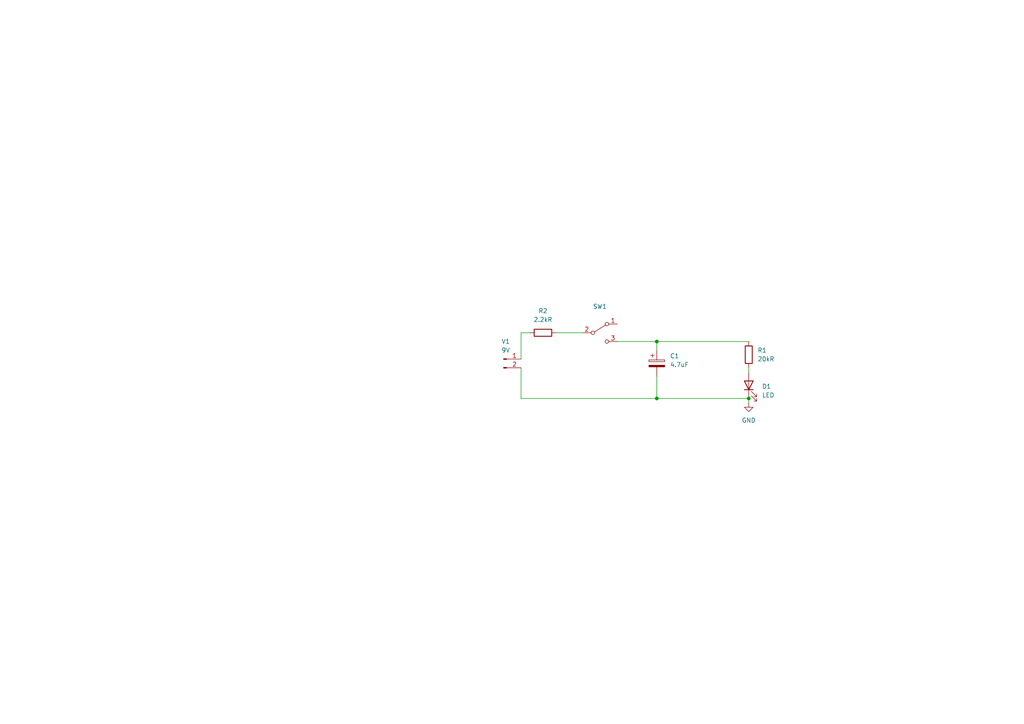
<source format=kicad_sch>
(kicad_sch (version 20211123) (generator eeschema)
  (paper "A4")
  (lib_symbols
    (symbol "Connector:Conn_01x02_Male" (pin_names (offset 1.016) hide)
      (property "Reference" "J" (at 0 2.54 0))
      (property "Value" "Conn_01x02_Male" (at 0 -5.08 0))
      (symbol "Conn_01x02_Male_1_1"
        (polyline (pts (xy 1.27 -2.54) (xy 0.8636 -2.54)) (stroke (width 0.1524)))
        (polyline (pts (xy 1.27 0) (xy 0.8636 0)) (stroke (width 0.1524)))
        (rectangle (start 0.8636 -2.413) (end 0 -2.667) (stroke (width 0.1524)) (fill (type outline)))
        (rectangle (start 0.8636 0.127) (end 0 -0.127) (stroke (width 0.1524)) (fill (type outline)))
        (pin passive line (at 5.08 0 180) (length 3.81) (name "Pin_1") (number "1"))
        (pin passive line (at 5.08 -2.54 180) (length 3.81) (name "Pin_2") (number "2"))
      )
    )
    (symbol "Device:C_Polarized" (pin_numbers hide) (pin_names (offset 0.254))
      (property "Reference" "C" (at 0.635 2.54 0))
      (property "Value" "C_Polarized" (at 0.635 -2.54 0))
      (symbol "C_Polarized_0_1"
        (rectangle (start -2.286 0.508) (end 2.286 1.016))
        (polyline (pts (xy -1.778 2.286) (xy -0.762 2.286)))
        (polyline (pts (xy -1.27 2.794) (xy -1.27 1.778)))
        (rectangle (start 2.286 -0.508) (end -2.286 -1.016) (fill (type outline)))
      )
      (symbol "C_Polarized_1_1"
        (pin passive line (at 0 3.81 270) (length 2.794) (name "~") (number "1"))
        (pin passive line (at 0 -3.81 90) (length 2.794) (name "~") (number "2"))
      )
    )
    (symbol "Device:LED" (pin_numbers hide) (pin_names (offset 1.016) hide)
      (property "Reference" "D" (at 0 2.54 0))
      (property "Value" "LED" (at 0 -2.54 0))
      (symbol "LED_0_1"
        (polyline (pts (xy -1.27 -1.27) (xy -1.27 1.27)) (stroke (width 0.254)))
        (polyline (pts (xy -1.27 0) (xy 1.27 0)))
        (polyline (pts (xy 1.27 -1.27) (xy 1.27 1.27) (xy -1.27 0) (xy 1.27 -1.27)) (stroke (width 0.254)))
        (polyline (pts (xy -3.048 -0.762) (xy -4.572 -2.286) (xy -3.81 -2.286) (xy -4.572 -2.286) (xy -4.572 -1.524)))
        (polyline (pts (xy -1.778 -0.762) (xy -3.302 -2.286) (xy -2.54 -2.286) (xy -3.302 -2.286) (xy -3.302 -1.524)))
      )
      (symbol "LED_1_1"
        (pin passive line (at -3.81 0 0) (length 2.54) (name "K") (number "1"))
        (pin passive line (at 3.81 0 180) (length 2.54) (name "A") (number "2"))
      )
    )
    (symbol "Device:R" (pin_numbers hide) (pin_names (offset 0))
      (property "Reference" "R" (at 2.032 0 90))
      (property "Value" "R" (at 0 0 90))
      (symbol "R_0_1"
        (rectangle (start -1.016 -2.54) (end 1.016 2.54) (stroke (width 0.254)))
      )
      (symbol "R_1_1"
        (pin passive line (at 0 3.81 270) (length 1.27) (name "~") (number "1"))
        (pin passive line (at 0 -3.81 90) (length 1.27) (name "~") (number "2"))
      )
    )
    (symbol "Switch:SW_SPDT" (pin_names (offset 0) hide)
      (property "Reference" "SW" (at 0 4.318 0))
      (property "Value" "SW_SPDT" (at 0 -5.08 0))
      (symbol "SW_SPDT_0_0"
        (circle (center -2.032 0) (radius 0.508))
        (circle (center 2.032 -2.54) (radius 0.508))
      )
      (symbol "SW_SPDT_0_1"
        (polyline (pts (xy -1.524 0.254) (xy 1.651 2.286)))
        (circle (center 2.032 2.54) (radius 0.508))
      )
      (symbol "SW_SPDT_1_1"
        (pin passive line (at 5.08 2.54 180) (length 2.54) (name "A") (number "1"))
        (pin passive line (at -5.08 0 0) (length 2.54) (name "B") (number "2"))
        (pin passive line (at 5.08 -2.54 180) (length 2.54) (name "C") (number "3"))
      )
    )
    (symbol "power:GND" (power) (pin_names (offset 0))
      (property "Value" "GND" (at 0 -3.81 0))
      (symbol "GND_0_1"
        (polyline (pts (xy 0 0) (xy 0 -1.27) (xy 1.27 -1.27) (xy 0 -2.54) (xy -1.27 -1.27) (xy 0 -1.27)))
      )
      (symbol "GND_1_1"
        (pin power_in line (at 0 0 270) (length 0) hide (name "GND") (number "1"))
      )
    )
  )
  (junction (at 217.17 115.57))
  (junction (at 190.5 99.06))
  (junction (at 190.5 115.57))
  (wire (pts (xy 151.13 96.52) (xy 153.67 96.52)))
  (wire (pts (xy 217.17 115.57) (xy 217.17 116.84)))
  (wire (pts (xy 151.13 115.57) (xy 151.13 106.68)))
  (wire (pts (xy 179.07 99.06) (xy 190.5 99.06)))
  (wire (pts (xy 161.29 96.52) (xy 168.91 96.52)))
  (wire (pts (xy 217.17 106.68) (xy 217.17 107.95)))
  (wire (pts (xy 190.5 115.57) (xy 151.13 115.57)))
  (wire (pts (xy 217.17 115.57) (xy 190.5 115.57)))
  (wire (pts (xy 190.5 99.06) (xy 217.17 99.06)))
  (wire (pts (xy 190.5 109.22) (xy 190.5 115.57)))
  (wire (pts (xy 151.13 104.14) (xy 151.13 96.52)))
  (wire (pts (xy 190.5 99.06) (xy 190.5 101.6)))
  (symbol (lib_id "Device:LED") (at 217.17 111.76 90) (unit 1)
    (property "Reference" "D1" (at 220.98 112.0774 90) (effects (justify right)))
    (property "Value" "LED" (at 220.98 114.6174 90) (effects (justify right)))
  )
  (symbol (lib_id "Connector:Conn_01x02_Male") (at 146.05 104.14 0) (unit 1)
    (property "Reference" "V1" (at 146.685 99.06 0))
    (property "Value" "9V" (at 146.685 101.6 0))
  )
  (symbol (lib_id "power:GND") (at 217.17 116.84 0) (unit 1)
    (property "Reference" "#PWR?" (effects hide))
    (property "Value" "GND" (at 217.17 121.92 0))
  )
  (symbol (lib_id "Switch:SW_SPDT") (at 173.99 96.52 0) (unit 1)
    (property "Reference" "SW1" (at 173.99 88.9 0))
    (property "Value" "SW_SPDT" (effects hide))
  )
  (symbol (lib_id "Device:R") (at 157.48 96.52 270) (unit 1)
    (property "Reference" "R2" (at 157.48 90.17 90))
    (property "Value" "2.2kR" (at 157.48 92.71 90))
  )
  (symbol (lib_id "Device:R") (at 217.17 102.87 0) (unit 1)
    (property "Reference" "R1" (at 219.71 101.5999 0) (effects (justify left)))
    (property "Value" "20kR" (at 219.71 104.1399 0) (effects (justify left)))
  )
  (symbol (lib_id "Device:C_Polarized") (at 190.5 105.41 0) (unit 1)
    (property "Reference" "C1" (at 194.31 103.2509 0) (effects (justify left)))
    (property "Value" "4.7uF" (at 194.31 105.7909 0) (effects (justify left)))
  )
)
</source>
